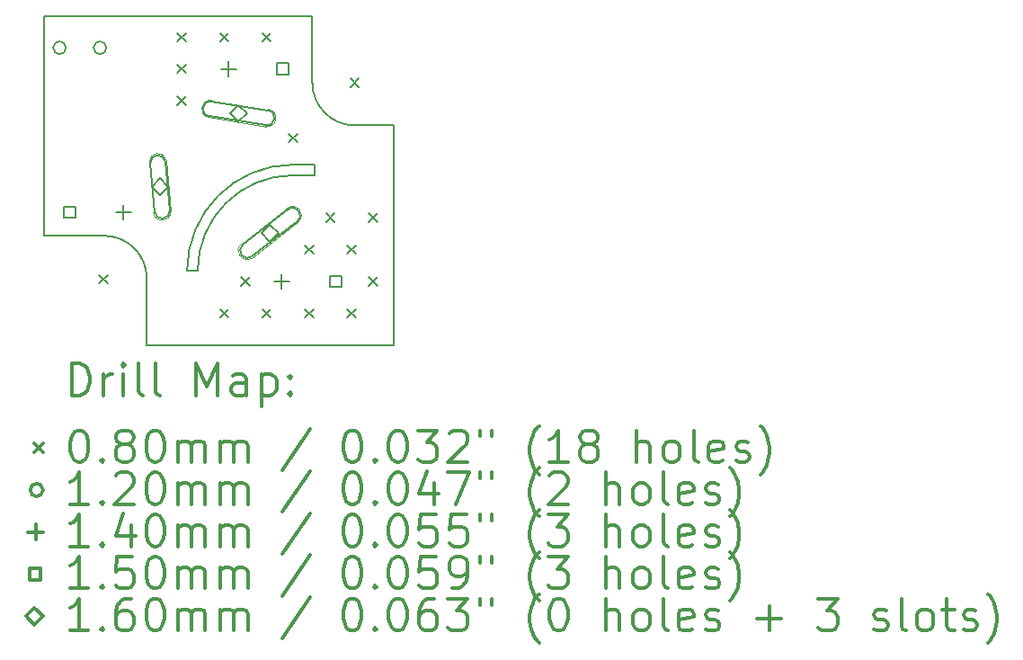
<source format=gbr>
%FSLAX45Y45*%
G04 Gerber Fmt 4.5, Leading zero omitted, Abs format (unit mm)*
G04 Created by KiCad (PCBNEW 4.0.7) date 10/05/18 10:33:02*
%MOMM*%
%LPD*%
G01*
G04 APERTURE LIST*
%ADD10C,0.127000*%
%ADD11C,0.100000*%
%ADD12C,0.150000*%
%ADD13C,0.200000*%
%ADD14C,0.300000*%
G04 APERTURE END LIST*
D10*
D11*
X12960000Y-11780000D02*
X13400000Y-11435000D01*
X13400413Y-11435451D02*
G75*
G03X13295000Y-11310000I-55414J60451D01*
G01*
X12864262Y-11644040D02*
X13295000Y-11310000D01*
X12864262Y-11644040D02*
G75*
G03X12960000Y-11780000I50738J-65960D01*
G01*
X13090868Y-10540754D02*
G75*
G03X13115265Y-10380000I14132J80084D01*
G01*
X12195000Y-11340000D02*
X12152500Y-10855000D01*
X11995000Y-10875000D02*
X12035000Y-11350000D01*
X12152462Y-10855010D02*
G75*
G03X11995000Y-10875000I-77462J-19990D01*
G01*
X12035099Y-11351392D02*
G75*
G03X12195000Y-11340000I79901J6392D01*
G01*
X12555000Y-10455000D02*
X13090000Y-10540000D01*
X12580000Y-10295000D02*
X13115000Y-10380000D01*
X12581511Y-10294424D02*
G75*
G03X12555000Y-10455000I-11511J-80576D01*
G01*
D12*
X13550000Y-11000000D02*
X13350000Y-11000000D01*
X13550000Y-10900000D02*
X13550000Y-11000000D01*
X13350000Y-10900000D02*
X13550000Y-10900000D01*
X12350000Y-11900000D02*
X12450000Y-11900000D01*
X13350000Y-10900000D02*
G75*
G03X12350000Y-11900000I0J-1000000D01*
G01*
X13350000Y-11000000D02*
G75*
G03X12450000Y-11900000I0J-900000D01*
G01*
X13930000Y-10530000D02*
X14300000Y-10530000D01*
X13530000Y-10130000D02*
X13530000Y-9500000D01*
X11570000Y-11570000D02*
X11000000Y-11570000D01*
X11970000Y-11970000D02*
X11970000Y-12600000D01*
X11970000Y-11970000D02*
G75*
G03X11570000Y-11570000I-400000J0D01*
G01*
X13530000Y-10130000D02*
G75*
G03X13930000Y-10530000I400000J0D01*
G01*
X14300000Y-12600000D02*
X11970000Y-12600000D01*
X14300000Y-10530000D02*
X14300000Y-12600000D01*
X11000000Y-9500000D02*
X13530000Y-9500000D01*
X11000000Y-11570000D02*
X11000000Y-9500000D01*
D13*
X11519995Y-11939995D02*
X11600005Y-12020005D01*
X11600005Y-11939995D02*
X11519995Y-12020005D01*
X12259995Y-9659995D02*
X12340005Y-9740005D01*
X12340005Y-9659995D02*
X12259995Y-9740005D01*
X12259995Y-9959995D02*
X12340005Y-10040005D01*
X12340005Y-9959995D02*
X12259995Y-10040005D01*
X12259995Y-10259995D02*
X12340005Y-10340005D01*
X12340005Y-10259995D02*
X12259995Y-10340005D01*
X12659995Y-9659995D02*
X12740005Y-9740005D01*
X12740005Y-9659995D02*
X12659995Y-9740005D01*
X12659995Y-12259995D02*
X12740005Y-12340005D01*
X12740005Y-12259995D02*
X12659995Y-12340005D01*
X12859995Y-11959995D02*
X12940005Y-12040005D01*
X12940005Y-11959995D02*
X12859995Y-12040005D01*
X13059995Y-9659995D02*
X13140005Y-9740005D01*
X13140005Y-9659995D02*
X13059995Y-9740005D01*
X13059995Y-12259995D02*
X13140005Y-12340005D01*
X13140005Y-12259995D02*
X13059995Y-12340005D01*
X13309995Y-10609995D02*
X13390005Y-10690005D01*
X13390005Y-10609995D02*
X13309995Y-10690005D01*
X13459995Y-11659995D02*
X13540005Y-11740005D01*
X13540005Y-11659995D02*
X13459995Y-11740005D01*
X13459995Y-12259995D02*
X13540005Y-12340005D01*
X13540005Y-12259995D02*
X13459995Y-12340005D01*
X13659995Y-11359995D02*
X13740005Y-11440005D01*
X13740005Y-11359995D02*
X13659995Y-11440005D01*
X13859995Y-11659995D02*
X13940005Y-11740005D01*
X13940005Y-11659995D02*
X13859995Y-11740005D01*
X13859995Y-12259995D02*
X13940005Y-12340005D01*
X13940005Y-12259995D02*
X13859995Y-12340005D01*
X13889995Y-10089995D02*
X13970005Y-10170005D01*
X13970005Y-10089995D02*
X13889995Y-10170005D01*
X14059995Y-11359995D02*
X14140005Y-11440005D01*
X14140005Y-11359995D02*
X14059995Y-11440005D01*
X14059995Y-11959995D02*
X14140005Y-12040005D01*
X14140005Y-11959995D02*
X14059995Y-12040005D01*
X11209000Y-9800000D02*
G75*
G03X11209000Y-9800000I-60000J0D01*
G01*
X11590000Y-9800000D02*
G75*
G03X11590000Y-9800000I-60000J0D01*
G01*
X11750000Y-11280000D02*
X11750000Y-11420000D01*
X11680000Y-11350000D02*
X11820000Y-11350000D01*
X12742000Y-9930000D02*
X12742000Y-10070000D01*
X12672000Y-10000000D02*
X12812000Y-10000000D01*
X13242000Y-11930000D02*
X13242000Y-12070000D01*
X13172000Y-12000000D02*
X13312000Y-12000000D01*
X11295033Y-11403033D02*
X11295033Y-11296966D01*
X11188966Y-11296966D01*
X11188966Y-11403033D01*
X11295033Y-11403033D01*
X13303033Y-10053034D02*
X13303033Y-9946967D01*
X13196966Y-9946967D01*
X13196966Y-10053034D01*
X13303033Y-10053034D01*
X13803033Y-12053033D02*
X13803033Y-11946966D01*
X13696966Y-11946966D01*
X13696966Y-12053033D01*
X13803033Y-12053033D01*
X12095000Y-11190000D02*
X12175000Y-11110000D01*
X12095000Y-11030000D01*
X12015000Y-11110000D01*
X12095000Y-11190000D01*
X12005221Y-10886976D02*
X12045312Y-11345226D01*
X12144688Y-10874774D02*
X12184779Y-11333024D01*
X12045312Y-11345226D02*
G75*
G03X12184779Y-11333024I69734J6101D01*
G01*
X12144688Y-10874774D02*
G75*
G03X12005221Y-10886976I-69734J-6101D01*
G01*
X12835481Y-10497261D02*
X12915481Y-10417261D01*
X12835481Y-10337261D01*
X12755481Y-10417261D01*
X12835481Y-10497261D01*
X12557855Y-10444162D02*
X13091207Y-10528637D01*
X12579756Y-10305886D02*
X13113108Y-10390360D01*
X13091207Y-10528637D02*
G75*
G03X13113108Y-10390360I10950J69138D01*
G01*
X12579756Y-10305886D02*
G75*
G03X12557855Y-10444162I-10950J-69138D01*
G01*
X13131754Y-11623637D02*
X13211754Y-11543637D01*
X13131754Y-11463637D01*
X13051754Y-11543637D01*
X13131754Y-11623637D01*
X12962087Y-11765026D02*
X13387613Y-11432569D01*
X12875895Y-11654705D02*
X13301421Y-11322247D01*
X13387613Y-11432569D02*
G75*
G03X13301421Y-11322247I-43096J55161D01*
G01*
X12875895Y-11654705D02*
G75*
G03X12962087Y-11765026I43096J-55161D01*
G01*
D14*
X11263928Y-13073214D02*
X11263928Y-12773214D01*
X11335357Y-12773214D01*
X11378214Y-12787500D01*
X11406786Y-12816071D01*
X11421071Y-12844643D01*
X11435357Y-12901786D01*
X11435357Y-12944643D01*
X11421071Y-13001786D01*
X11406786Y-13030357D01*
X11378214Y-13058929D01*
X11335357Y-13073214D01*
X11263928Y-13073214D01*
X11563928Y-13073214D02*
X11563928Y-12873214D01*
X11563928Y-12930357D02*
X11578214Y-12901786D01*
X11592500Y-12887500D01*
X11621071Y-12873214D01*
X11649643Y-12873214D01*
X11749643Y-13073214D02*
X11749643Y-12873214D01*
X11749643Y-12773214D02*
X11735357Y-12787500D01*
X11749643Y-12801786D01*
X11763928Y-12787500D01*
X11749643Y-12773214D01*
X11749643Y-12801786D01*
X11935357Y-13073214D02*
X11906786Y-13058929D01*
X11892500Y-13030357D01*
X11892500Y-12773214D01*
X12092500Y-13073214D02*
X12063928Y-13058929D01*
X12049643Y-13030357D01*
X12049643Y-12773214D01*
X12435357Y-13073214D02*
X12435357Y-12773214D01*
X12535357Y-12987500D01*
X12635357Y-12773214D01*
X12635357Y-13073214D01*
X12906786Y-13073214D02*
X12906786Y-12916071D01*
X12892500Y-12887500D01*
X12863928Y-12873214D01*
X12806786Y-12873214D01*
X12778214Y-12887500D01*
X12906786Y-13058929D02*
X12878214Y-13073214D01*
X12806786Y-13073214D01*
X12778214Y-13058929D01*
X12763928Y-13030357D01*
X12763928Y-13001786D01*
X12778214Y-12973214D01*
X12806786Y-12958929D01*
X12878214Y-12958929D01*
X12906786Y-12944643D01*
X13049643Y-12873214D02*
X13049643Y-13173214D01*
X13049643Y-12887500D02*
X13078214Y-12873214D01*
X13135357Y-12873214D01*
X13163928Y-12887500D01*
X13178214Y-12901786D01*
X13192500Y-12930357D01*
X13192500Y-13016071D01*
X13178214Y-13044643D01*
X13163928Y-13058929D01*
X13135357Y-13073214D01*
X13078214Y-13073214D01*
X13049643Y-13058929D01*
X13321071Y-13044643D02*
X13335357Y-13058929D01*
X13321071Y-13073214D01*
X13306786Y-13058929D01*
X13321071Y-13044643D01*
X13321071Y-13073214D01*
X13321071Y-12887500D02*
X13335357Y-12901786D01*
X13321071Y-12916071D01*
X13306786Y-12901786D01*
X13321071Y-12887500D01*
X13321071Y-12916071D01*
X10912490Y-13527495D02*
X10992500Y-13607505D01*
X10992500Y-13527495D02*
X10912490Y-13607505D01*
X11321071Y-13403214D02*
X11349643Y-13403214D01*
X11378214Y-13417500D01*
X11392500Y-13431786D01*
X11406786Y-13460357D01*
X11421071Y-13517500D01*
X11421071Y-13588929D01*
X11406786Y-13646071D01*
X11392500Y-13674643D01*
X11378214Y-13688929D01*
X11349643Y-13703214D01*
X11321071Y-13703214D01*
X11292500Y-13688929D01*
X11278214Y-13674643D01*
X11263928Y-13646071D01*
X11249643Y-13588929D01*
X11249643Y-13517500D01*
X11263928Y-13460357D01*
X11278214Y-13431786D01*
X11292500Y-13417500D01*
X11321071Y-13403214D01*
X11549643Y-13674643D02*
X11563928Y-13688929D01*
X11549643Y-13703214D01*
X11535357Y-13688929D01*
X11549643Y-13674643D01*
X11549643Y-13703214D01*
X11735357Y-13531786D02*
X11706786Y-13517500D01*
X11692500Y-13503214D01*
X11678214Y-13474643D01*
X11678214Y-13460357D01*
X11692500Y-13431786D01*
X11706786Y-13417500D01*
X11735357Y-13403214D01*
X11792500Y-13403214D01*
X11821071Y-13417500D01*
X11835357Y-13431786D01*
X11849643Y-13460357D01*
X11849643Y-13474643D01*
X11835357Y-13503214D01*
X11821071Y-13517500D01*
X11792500Y-13531786D01*
X11735357Y-13531786D01*
X11706786Y-13546071D01*
X11692500Y-13560357D01*
X11678214Y-13588929D01*
X11678214Y-13646071D01*
X11692500Y-13674643D01*
X11706786Y-13688929D01*
X11735357Y-13703214D01*
X11792500Y-13703214D01*
X11821071Y-13688929D01*
X11835357Y-13674643D01*
X11849643Y-13646071D01*
X11849643Y-13588929D01*
X11835357Y-13560357D01*
X11821071Y-13546071D01*
X11792500Y-13531786D01*
X12035357Y-13403214D02*
X12063928Y-13403214D01*
X12092500Y-13417500D01*
X12106786Y-13431786D01*
X12121071Y-13460357D01*
X12135357Y-13517500D01*
X12135357Y-13588929D01*
X12121071Y-13646071D01*
X12106786Y-13674643D01*
X12092500Y-13688929D01*
X12063928Y-13703214D01*
X12035357Y-13703214D01*
X12006786Y-13688929D01*
X11992500Y-13674643D01*
X11978214Y-13646071D01*
X11963928Y-13588929D01*
X11963928Y-13517500D01*
X11978214Y-13460357D01*
X11992500Y-13431786D01*
X12006786Y-13417500D01*
X12035357Y-13403214D01*
X12263928Y-13703214D02*
X12263928Y-13503214D01*
X12263928Y-13531786D02*
X12278214Y-13517500D01*
X12306786Y-13503214D01*
X12349643Y-13503214D01*
X12378214Y-13517500D01*
X12392500Y-13546071D01*
X12392500Y-13703214D01*
X12392500Y-13546071D02*
X12406786Y-13517500D01*
X12435357Y-13503214D01*
X12478214Y-13503214D01*
X12506786Y-13517500D01*
X12521071Y-13546071D01*
X12521071Y-13703214D01*
X12663928Y-13703214D02*
X12663928Y-13503214D01*
X12663928Y-13531786D02*
X12678214Y-13517500D01*
X12706786Y-13503214D01*
X12749643Y-13503214D01*
X12778214Y-13517500D01*
X12792500Y-13546071D01*
X12792500Y-13703214D01*
X12792500Y-13546071D02*
X12806786Y-13517500D01*
X12835357Y-13503214D01*
X12878214Y-13503214D01*
X12906786Y-13517500D01*
X12921071Y-13546071D01*
X12921071Y-13703214D01*
X13506786Y-13388929D02*
X13249643Y-13774643D01*
X13892500Y-13403214D02*
X13921071Y-13403214D01*
X13949643Y-13417500D01*
X13963928Y-13431786D01*
X13978214Y-13460357D01*
X13992500Y-13517500D01*
X13992500Y-13588929D01*
X13978214Y-13646071D01*
X13963928Y-13674643D01*
X13949643Y-13688929D01*
X13921071Y-13703214D01*
X13892500Y-13703214D01*
X13863928Y-13688929D01*
X13849643Y-13674643D01*
X13835357Y-13646071D01*
X13821071Y-13588929D01*
X13821071Y-13517500D01*
X13835357Y-13460357D01*
X13849643Y-13431786D01*
X13863928Y-13417500D01*
X13892500Y-13403214D01*
X14121071Y-13674643D02*
X14135357Y-13688929D01*
X14121071Y-13703214D01*
X14106786Y-13688929D01*
X14121071Y-13674643D01*
X14121071Y-13703214D01*
X14321071Y-13403214D02*
X14349643Y-13403214D01*
X14378214Y-13417500D01*
X14392500Y-13431786D01*
X14406785Y-13460357D01*
X14421071Y-13517500D01*
X14421071Y-13588929D01*
X14406785Y-13646071D01*
X14392500Y-13674643D01*
X14378214Y-13688929D01*
X14349643Y-13703214D01*
X14321071Y-13703214D01*
X14292500Y-13688929D01*
X14278214Y-13674643D01*
X14263928Y-13646071D01*
X14249643Y-13588929D01*
X14249643Y-13517500D01*
X14263928Y-13460357D01*
X14278214Y-13431786D01*
X14292500Y-13417500D01*
X14321071Y-13403214D01*
X14521071Y-13403214D02*
X14706785Y-13403214D01*
X14606785Y-13517500D01*
X14649643Y-13517500D01*
X14678214Y-13531786D01*
X14692500Y-13546071D01*
X14706785Y-13574643D01*
X14706785Y-13646071D01*
X14692500Y-13674643D01*
X14678214Y-13688929D01*
X14649643Y-13703214D01*
X14563928Y-13703214D01*
X14535357Y-13688929D01*
X14521071Y-13674643D01*
X14821071Y-13431786D02*
X14835357Y-13417500D01*
X14863928Y-13403214D01*
X14935357Y-13403214D01*
X14963928Y-13417500D01*
X14978214Y-13431786D01*
X14992500Y-13460357D01*
X14992500Y-13488929D01*
X14978214Y-13531786D01*
X14806785Y-13703214D01*
X14992500Y-13703214D01*
X15106786Y-13403214D02*
X15106786Y-13460357D01*
X15221071Y-13403214D02*
X15221071Y-13460357D01*
X15663928Y-13817500D02*
X15649643Y-13803214D01*
X15621071Y-13760357D01*
X15606785Y-13731786D01*
X15592500Y-13688929D01*
X15578214Y-13617500D01*
X15578214Y-13560357D01*
X15592500Y-13488929D01*
X15606785Y-13446071D01*
X15621071Y-13417500D01*
X15649643Y-13374643D01*
X15663928Y-13360357D01*
X15935357Y-13703214D02*
X15763928Y-13703214D01*
X15849643Y-13703214D02*
X15849643Y-13403214D01*
X15821071Y-13446071D01*
X15792500Y-13474643D01*
X15763928Y-13488929D01*
X16106785Y-13531786D02*
X16078214Y-13517500D01*
X16063928Y-13503214D01*
X16049643Y-13474643D01*
X16049643Y-13460357D01*
X16063928Y-13431786D01*
X16078214Y-13417500D01*
X16106785Y-13403214D01*
X16163928Y-13403214D01*
X16192500Y-13417500D01*
X16206785Y-13431786D01*
X16221071Y-13460357D01*
X16221071Y-13474643D01*
X16206785Y-13503214D01*
X16192500Y-13517500D01*
X16163928Y-13531786D01*
X16106785Y-13531786D01*
X16078214Y-13546071D01*
X16063928Y-13560357D01*
X16049643Y-13588929D01*
X16049643Y-13646071D01*
X16063928Y-13674643D01*
X16078214Y-13688929D01*
X16106785Y-13703214D01*
X16163928Y-13703214D01*
X16192500Y-13688929D01*
X16206785Y-13674643D01*
X16221071Y-13646071D01*
X16221071Y-13588929D01*
X16206785Y-13560357D01*
X16192500Y-13546071D01*
X16163928Y-13531786D01*
X16578214Y-13703214D02*
X16578214Y-13403214D01*
X16706785Y-13703214D02*
X16706785Y-13546071D01*
X16692500Y-13517500D01*
X16663928Y-13503214D01*
X16621071Y-13503214D01*
X16592500Y-13517500D01*
X16578214Y-13531786D01*
X16892500Y-13703214D02*
X16863928Y-13688929D01*
X16849643Y-13674643D01*
X16835357Y-13646071D01*
X16835357Y-13560357D01*
X16849643Y-13531786D01*
X16863928Y-13517500D01*
X16892500Y-13503214D01*
X16935357Y-13503214D01*
X16963928Y-13517500D01*
X16978214Y-13531786D01*
X16992500Y-13560357D01*
X16992500Y-13646071D01*
X16978214Y-13674643D01*
X16963928Y-13688929D01*
X16935357Y-13703214D01*
X16892500Y-13703214D01*
X17163928Y-13703214D02*
X17135357Y-13688929D01*
X17121071Y-13660357D01*
X17121071Y-13403214D01*
X17392500Y-13688929D02*
X17363929Y-13703214D01*
X17306786Y-13703214D01*
X17278214Y-13688929D01*
X17263929Y-13660357D01*
X17263929Y-13546071D01*
X17278214Y-13517500D01*
X17306786Y-13503214D01*
X17363929Y-13503214D01*
X17392500Y-13517500D01*
X17406786Y-13546071D01*
X17406786Y-13574643D01*
X17263929Y-13603214D01*
X17521071Y-13688929D02*
X17549643Y-13703214D01*
X17606786Y-13703214D01*
X17635357Y-13688929D01*
X17649643Y-13660357D01*
X17649643Y-13646071D01*
X17635357Y-13617500D01*
X17606786Y-13603214D01*
X17563929Y-13603214D01*
X17535357Y-13588929D01*
X17521071Y-13560357D01*
X17521071Y-13546071D01*
X17535357Y-13517500D01*
X17563929Y-13503214D01*
X17606786Y-13503214D01*
X17635357Y-13517500D01*
X17749643Y-13817500D02*
X17763929Y-13803214D01*
X17792500Y-13760357D01*
X17806786Y-13731786D01*
X17821071Y-13688929D01*
X17835357Y-13617500D01*
X17835357Y-13560357D01*
X17821071Y-13488929D01*
X17806786Y-13446071D01*
X17792500Y-13417500D01*
X17763929Y-13374643D01*
X17749643Y-13360357D01*
X10992500Y-13963500D02*
G75*
G03X10992500Y-13963500I-60000J0D01*
G01*
X11421071Y-14099214D02*
X11249643Y-14099214D01*
X11335357Y-14099214D02*
X11335357Y-13799214D01*
X11306786Y-13842071D01*
X11278214Y-13870643D01*
X11249643Y-13884929D01*
X11549643Y-14070643D02*
X11563928Y-14084929D01*
X11549643Y-14099214D01*
X11535357Y-14084929D01*
X11549643Y-14070643D01*
X11549643Y-14099214D01*
X11678214Y-13827786D02*
X11692500Y-13813500D01*
X11721071Y-13799214D01*
X11792500Y-13799214D01*
X11821071Y-13813500D01*
X11835357Y-13827786D01*
X11849643Y-13856357D01*
X11849643Y-13884929D01*
X11835357Y-13927786D01*
X11663928Y-14099214D01*
X11849643Y-14099214D01*
X12035357Y-13799214D02*
X12063928Y-13799214D01*
X12092500Y-13813500D01*
X12106786Y-13827786D01*
X12121071Y-13856357D01*
X12135357Y-13913500D01*
X12135357Y-13984929D01*
X12121071Y-14042071D01*
X12106786Y-14070643D01*
X12092500Y-14084929D01*
X12063928Y-14099214D01*
X12035357Y-14099214D01*
X12006786Y-14084929D01*
X11992500Y-14070643D01*
X11978214Y-14042071D01*
X11963928Y-13984929D01*
X11963928Y-13913500D01*
X11978214Y-13856357D01*
X11992500Y-13827786D01*
X12006786Y-13813500D01*
X12035357Y-13799214D01*
X12263928Y-14099214D02*
X12263928Y-13899214D01*
X12263928Y-13927786D02*
X12278214Y-13913500D01*
X12306786Y-13899214D01*
X12349643Y-13899214D01*
X12378214Y-13913500D01*
X12392500Y-13942071D01*
X12392500Y-14099214D01*
X12392500Y-13942071D02*
X12406786Y-13913500D01*
X12435357Y-13899214D01*
X12478214Y-13899214D01*
X12506786Y-13913500D01*
X12521071Y-13942071D01*
X12521071Y-14099214D01*
X12663928Y-14099214D02*
X12663928Y-13899214D01*
X12663928Y-13927786D02*
X12678214Y-13913500D01*
X12706786Y-13899214D01*
X12749643Y-13899214D01*
X12778214Y-13913500D01*
X12792500Y-13942071D01*
X12792500Y-14099214D01*
X12792500Y-13942071D02*
X12806786Y-13913500D01*
X12835357Y-13899214D01*
X12878214Y-13899214D01*
X12906786Y-13913500D01*
X12921071Y-13942071D01*
X12921071Y-14099214D01*
X13506786Y-13784929D02*
X13249643Y-14170643D01*
X13892500Y-13799214D02*
X13921071Y-13799214D01*
X13949643Y-13813500D01*
X13963928Y-13827786D01*
X13978214Y-13856357D01*
X13992500Y-13913500D01*
X13992500Y-13984929D01*
X13978214Y-14042071D01*
X13963928Y-14070643D01*
X13949643Y-14084929D01*
X13921071Y-14099214D01*
X13892500Y-14099214D01*
X13863928Y-14084929D01*
X13849643Y-14070643D01*
X13835357Y-14042071D01*
X13821071Y-13984929D01*
X13821071Y-13913500D01*
X13835357Y-13856357D01*
X13849643Y-13827786D01*
X13863928Y-13813500D01*
X13892500Y-13799214D01*
X14121071Y-14070643D02*
X14135357Y-14084929D01*
X14121071Y-14099214D01*
X14106786Y-14084929D01*
X14121071Y-14070643D01*
X14121071Y-14099214D01*
X14321071Y-13799214D02*
X14349643Y-13799214D01*
X14378214Y-13813500D01*
X14392500Y-13827786D01*
X14406785Y-13856357D01*
X14421071Y-13913500D01*
X14421071Y-13984929D01*
X14406785Y-14042071D01*
X14392500Y-14070643D01*
X14378214Y-14084929D01*
X14349643Y-14099214D01*
X14321071Y-14099214D01*
X14292500Y-14084929D01*
X14278214Y-14070643D01*
X14263928Y-14042071D01*
X14249643Y-13984929D01*
X14249643Y-13913500D01*
X14263928Y-13856357D01*
X14278214Y-13827786D01*
X14292500Y-13813500D01*
X14321071Y-13799214D01*
X14678214Y-13899214D02*
X14678214Y-14099214D01*
X14606785Y-13784929D02*
X14535357Y-13999214D01*
X14721071Y-13999214D01*
X14806785Y-13799214D02*
X15006785Y-13799214D01*
X14878214Y-14099214D01*
X15106786Y-13799214D02*
X15106786Y-13856357D01*
X15221071Y-13799214D02*
X15221071Y-13856357D01*
X15663928Y-14213500D02*
X15649643Y-14199214D01*
X15621071Y-14156357D01*
X15606785Y-14127786D01*
X15592500Y-14084929D01*
X15578214Y-14013500D01*
X15578214Y-13956357D01*
X15592500Y-13884929D01*
X15606785Y-13842071D01*
X15621071Y-13813500D01*
X15649643Y-13770643D01*
X15663928Y-13756357D01*
X15763928Y-13827786D02*
X15778214Y-13813500D01*
X15806785Y-13799214D01*
X15878214Y-13799214D01*
X15906785Y-13813500D01*
X15921071Y-13827786D01*
X15935357Y-13856357D01*
X15935357Y-13884929D01*
X15921071Y-13927786D01*
X15749643Y-14099214D01*
X15935357Y-14099214D01*
X16292500Y-14099214D02*
X16292500Y-13799214D01*
X16421071Y-14099214D02*
X16421071Y-13942071D01*
X16406785Y-13913500D01*
X16378214Y-13899214D01*
X16335357Y-13899214D01*
X16306785Y-13913500D01*
X16292500Y-13927786D01*
X16606785Y-14099214D02*
X16578214Y-14084929D01*
X16563928Y-14070643D01*
X16549643Y-14042071D01*
X16549643Y-13956357D01*
X16563928Y-13927786D01*
X16578214Y-13913500D01*
X16606785Y-13899214D01*
X16649643Y-13899214D01*
X16678214Y-13913500D01*
X16692500Y-13927786D01*
X16706785Y-13956357D01*
X16706785Y-14042071D01*
X16692500Y-14070643D01*
X16678214Y-14084929D01*
X16649643Y-14099214D01*
X16606785Y-14099214D01*
X16878214Y-14099214D02*
X16849643Y-14084929D01*
X16835357Y-14056357D01*
X16835357Y-13799214D01*
X17106786Y-14084929D02*
X17078214Y-14099214D01*
X17021071Y-14099214D01*
X16992500Y-14084929D01*
X16978214Y-14056357D01*
X16978214Y-13942071D01*
X16992500Y-13913500D01*
X17021071Y-13899214D01*
X17078214Y-13899214D01*
X17106786Y-13913500D01*
X17121071Y-13942071D01*
X17121071Y-13970643D01*
X16978214Y-13999214D01*
X17235357Y-14084929D02*
X17263929Y-14099214D01*
X17321071Y-14099214D01*
X17349643Y-14084929D01*
X17363929Y-14056357D01*
X17363929Y-14042071D01*
X17349643Y-14013500D01*
X17321071Y-13999214D01*
X17278214Y-13999214D01*
X17249643Y-13984929D01*
X17235357Y-13956357D01*
X17235357Y-13942071D01*
X17249643Y-13913500D01*
X17278214Y-13899214D01*
X17321071Y-13899214D01*
X17349643Y-13913500D01*
X17463928Y-14213500D02*
X17478214Y-14199214D01*
X17506786Y-14156357D01*
X17521071Y-14127786D01*
X17535357Y-14084929D01*
X17549643Y-14013500D01*
X17549643Y-13956357D01*
X17535357Y-13884929D01*
X17521071Y-13842071D01*
X17506786Y-13813500D01*
X17478214Y-13770643D01*
X17463928Y-13756357D01*
X10922500Y-14289500D02*
X10922500Y-14429500D01*
X10852500Y-14359500D02*
X10992500Y-14359500D01*
X11421071Y-14495214D02*
X11249643Y-14495214D01*
X11335357Y-14495214D02*
X11335357Y-14195214D01*
X11306786Y-14238071D01*
X11278214Y-14266643D01*
X11249643Y-14280929D01*
X11549643Y-14466643D02*
X11563928Y-14480929D01*
X11549643Y-14495214D01*
X11535357Y-14480929D01*
X11549643Y-14466643D01*
X11549643Y-14495214D01*
X11821071Y-14295214D02*
X11821071Y-14495214D01*
X11749643Y-14180929D02*
X11678214Y-14395214D01*
X11863928Y-14395214D01*
X12035357Y-14195214D02*
X12063928Y-14195214D01*
X12092500Y-14209500D01*
X12106786Y-14223786D01*
X12121071Y-14252357D01*
X12135357Y-14309500D01*
X12135357Y-14380929D01*
X12121071Y-14438071D01*
X12106786Y-14466643D01*
X12092500Y-14480929D01*
X12063928Y-14495214D01*
X12035357Y-14495214D01*
X12006786Y-14480929D01*
X11992500Y-14466643D01*
X11978214Y-14438071D01*
X11963928Y-14380929D01*
X11963928Y-14309500D01*
X11978214Y-14252357D01*
X11992500Y-14223786D01*
X12006786Y-14209500D01*
X12035357Y-14195214D01*
X12263928Y-14495214D02*
X12263928Y-14295214D01*
X12263928Y-14323786D02*
X12278214Y-14309500D01*
X12306786Y-14295214D01*
X12349643Y-14295214D01*
X12378214Y-14309500D01*
X12392500Y-14338071D01*
X12392500Y-14495214D01*
X12392500Y-14338071D02*
X12406786Y-14309500D01*
X12435357Y-14295214D01*
X12478214Y-14295214D01*
X12506786Y-14309500D01*
X12521071Y-14338071D01*
X12521071Y-14495214D01*
X12663928Y-14495214D02*
X12663928Y-14295214D01*
X12663928Y-14323786D02*
X12678214Y-14309500D01*
X12706786Y-14295214D01*
X12749643Y-14295214D01*
X12778214Y-14309500D01*
X12792500Y-14338071D01*
X12792500Y-14495214D01*
X12792500Y-14338071D02*
X12806786Y-14309500D01*
X12835357Y-14295214D01*
X12878214Y-14295214D01*
X12906786Y-14309500D01*
X12921071Y-14338071D01*
X12921071Y-14495214D01*
X13506786Y-14180929D02*
X13249643Y-14566643D01*
X13892500Y-14195214D02*
X13921071Y-14195214D01*
X13949643Y-14209500D01*
X13963928Y-14223786D01*
X13978214Y-14252357D01*
X13992500Y-14309500D01*
X13992500Y-14380929D01*
X13978214Y-14438071D01*
X13963928Y-14466643D01*
X13949643Y-14480929D01*
X13921071Y-14495214D01*
X13892500Y-14495214D01*
X13863928Y-14480929D01*
X13849643Y-14466643D01*
X13835357Y-14438071D01*
X13821071Y-14380929D01*
X13821071Y-14309500D01*
X13835357Y-14252357D01*
X13849643Y-14223786D01*
X13863928Y-14209500D01*
X13892500Y-14195214D01*
X14121071Y-14466643D02*
X14135357Y-14480929D01*
X14121071Y-14495214D01*
X14106786Y-14480929D01*
X14121071Y-14466643D01*
X14121071Y-14495214D01*
X14321071Y-14195214D02*
X14349643Y-14195214D01*
X14378214Y-14209500D01*
X14392500Y-14223786D01*
X14406785Y-14252357D01*
X14421071Y-14309500D01*
X14421071Y-14380929D01*
X14406785Y-14438071D01*
X14392500Y-14466643D01*
X14378214Y-14480929D01*
X14349643Y-14495214D01*
X14321071Y-14495214D01*
X14292500Y-14480929D01*
X14278214Y-14466643D01*
X14263928Y-14438071D01*
X14249643Y-14380929D01*
X14249643Y-14309500D01*
X14263928Y-14252357D01*
X14278214Y-14223786D01*
X14292500Y-14209500D01*
X14321071Y-14195214D01*
X14692500Y-14195214D02*
X14549643Y-14195214D01*
X14535357Y-14338071D01*
X14549643Y-14323786D01*
X14578214Y-14309500D01*
X14649643Y-14309500D01*
X14678214Y-14323786D01*
X14692500Y-14338071D01*
X14706785Y-14366643D01*
X14706785Y-14438071D01*
X14692500Y-14466643D01*
X14678214Y-14480929D01*
X14649643Y-14495214D01*
X14578214Y-14495214D01*
X14549643Y-14480929D01*
X14535357Y-14466643D01*
X14978214Y-14195214D02*
X14835357Y-14195214D01*
X14821071Y-14338071D01*
X14835357Y-14323786D01*
X14863928Y-14309500D01*
X14935357Y-14309500D01*
X14963928Y-14323786D01*
X14978214Y-14338071D01*
X14992500Y-14366643D01*
X14992500Y-14438071D01*
X14978214Y-14466643D01*
X14963928Y-14480929D01*
X14935357Y-14495214D01*
X14863928Y-14495214D01*
X14835357Y-14480929D01*
X14821071Y-14466643D01*
X15106786Y-14195214D02*
X15106786Y-14252357D01*
X15221071Y-14195214D02*
X15221071Y-14252357D01*
X15663928Y-14609500D02*
X15649643Y-14595214D01*
X15621071Y-14552357D01*
X15606785Y-14523786D01*
X15592500Y-14480929D01*
X15578214Y-14409500D01*
X15578214Y-14352357D01*
X15592500Y-14280929D01*
X15606785Y-14238071D01*
X15621071Y-14209500D01*
X15649643Y-14166643D01*
X15663928Y-14152357D01*
X15749643Y-14195214D02*
X15935357Y-14195214D01*
X15835357Y-14309500D01*
X15878214Y-14309500D01*
X15906785Y-14323786D01*
X15921071Y-14338071D01*
X15935357Y-14366643D01*
X15935357Y-14438071D01*
X15921071Y-14466643D01*
X15906785Y-14480929D01*
X15878214Y-14495214D01*
X15792500Y-14495214D01*
X15763928Y-14480929D01*
X15749643Y-14466643D01*
X16292500Y-14495214D02*
X16292500Y-14195214D01*
X16421071Y-14495214D02*
X16421071Y-14338071D01*
X16406785Y-14309500D01*
X16378214Y-14295214D01*
X16335357Y-14295214D01*
X16306785Y-14309500D01*
X16292500Y-14323786D01*
X16606785Y-14495214D02*
X16578214Y-14480929D01*
X16563928Y-14466643D01*
X16549643Y-14438071D01*
X16549643Y-14352357D01*
X16563928Y-14323786D01*
X16578214Y-14309500D01*
X16606785Y-14295214D01*
X16649643Y-14295214D01*
X16678214Y-14309500D01*
X16692500Y-14323786D01*
X16706785Y-14352357D01*
X16706785Y-14438071D01*
X16692500Y-14466643D01*
X16678214Y-14480929D01*
X16649643Y-14495214D01*
X16606785Y-14495214D01*
X16878214Y-14495214D02*
X16849643Y-14480929D01*
X16835357Y-14452357D01*
X16835357Y-14195214D01*
X17106786Y-14480929D02*
X17078214Y-14495214D01*
X17021071Y-14495214D01*
X16992500Y-14480929D01*
X16978214Y-14452357D01*
X16978214Y-14338071D01*
X16992500Y-14309500D01*
X17021071Y-14295214D01*
X17078214Y-14295214D01*
X17106786Y-14309500D01*
X17121071Y-14338071D01*
X17121071Y-14366643D01*
X16978214Y-14395214D01*
X17235357Y-14480929D02*
X17263929Y-14495214D01*
X17321071Y-14495214D01*
X17349643Y-14480929D01*
X17363929Y-14452357D01*
X17363929Y-14438071D01*
X17349643Y-14409500D01*
X17321071Y-14395214D01*
X17278214Y-14395214D01*
X17249643Y-14380929D01*
X17235357Y-14352357D01*
X17235357Y-14338071D01*
X17249643Y-14309500D01*
X17278214Y-14295214D01*
X17321071Y-14295214D01*
X17349643Y-14309500D01*
X17463928Y-14609500D02*
X17478214Y-14595214D01*
X17506786Y-14552357D01*
X17521071Y-14523786D01*
X17535357Y-14480929D01*
X17549643Y-14409500D01*
X17549643Y-14352357D01*
X17535357Y-14280929D01*
X17521071Y-14238071D01*
X17506786Y-14209500D01*
X17478214Y-14166643D01*
X17463928Y-14152357D01*
X10970533Y-14808534D02*
X10970533Y-14702467D01*
X10864466Y-14702467D01*
X10864466Y-14808534D01*
X10970533Y-14808534D01*
X11421071Y-14891214D02*
X11249643Y-14891214D01*
X11335357Y-14891214D02*
X11335357Y-14591214D01*
X11306786Y-14634071D01*
X11278214Y-14662643D01*
X11249643Y-14676929D01*
X11549643Y-14862643D02*
X11563928Y-14876929D01*
X11549643Y-14891214D01*
X11535357Y-14876929D01*
X11549643Y-14862643D01*
X11549643Y-14891214D01*
X11835357Y-14591214D02*
X11692500Y-14591214D01*
X11678214Y-14734071D01*
X11692500Y-14719786D01*
X11721071Y-14705500D01*
X11792500Y-14705500D01*
X11821071Y-14719786D01*
X11835357Y-14734071D01*
X11849643Y-14762643D01*
X11849643Y-14834071D01*
X11835357Y-14862643D01*
X11821071Y-14876929D01*
X11792500Y-14891214D01*
X11721071Y-14891214D01*
X11692500Y-14876929D01*
X11678214Y-14862643D01*
X12035357Y-14591214D02*
X12063928Y-14591214D01*
X12092500Y-14605500D01*
X12106786Y-14619786D01*
X12121071Y-14648357D01*
X12135357Y-14705500D01*
X12135357Y-14776929D01*
X12121071Y-14834071D01*
X12106786Y-14862643D01*
X12092500Y-14876929D01*
X12063928Y-14891214D01*
X12035357Y-14891214D01*
X12006786Y-14876929D01*
X11992500Y-14862643D01*
X11978214Y-14834071D01*
X11963928Y-14776929D01*
X11963928Y-14705500D01*
X11978214Y-14648357D01*
X11992500Y-14619786D01*
X12006786Y-14605500D01*
X12035357Y-14591214D01*
X12263928Y-14891214D02*
X12263928Y-14691214D01*
X12263928Y-14719786D02*
X12278214Y-14705500D01*
X12306786Y-14691214D01*
X12349643Y-14691214D01*
X12378214Y-14705500D01*
X12392500Y-14734071D01*
X12392500Y-14891214D01*
X12392500Y-14734071D02*
X12406786Y-14705500D01*
X12435357Y-14691214D01*
X12478214Y-14691214D01*
X12506786Y-14705500D01*
X12521071Y-14734071D01*
X12521071Y-14891214D01*
X12663928Y-14891214D02*
X12663928Y-14691214D01*
X12663928Y-14719786D02*
X12678214Y-14705500D01*
X12706786Y-14691214D01*
X12749643Y-14691214D01*
X12778214Y-14705500D01*
X12792500Y-14734071D01*
X12792500Y-14891214D01*
X12792500Y-14734071D02*
X12806786Y-14705500D01*
X12835357Y-14691214D01*
X12878214Y-14691214D01*
X12906786Y-14705500D01*
X12921071Y-14734071D01*
X12921071Y-14891214D01*
X13506786Y-14576929D02*
X13249643Y-14962643D01*
X13892500Y-14591214D02*
X13921071Y-14591214D01*
X13949643Y-14605500D01*
X13963928Y-14619786D01*
X13978214Y-14648357D01*
X13992500Y-14705500D01*
X13992500Y-14776929D01*
X13978214Y-14834071D01*
X13963928Y-14862643D01*
X13949643Y-14876929D01*
X13921071Y-14891214D01*
X13892500Y-14891214D01*
X13863928Y-14876929D01*
X13849643Y-14862643D01*
X13835357Y-14834071D01*
X13821071Y-14776929D01*
X13821071Y-14705500D01*
X13835357Y-14648357D01*
X13849643Y-14619786D01*
X13863928Y-14605500D01*
X13892500Y-14591214D01*
X14121071Y-14862643D02*
X14135357Y-14876929D01*
X14121071Y-14891214D01*
X14106786Y-14876929D01*
X14121071Y-14862643D01*
X14121071Y-14891214D01*
X14321071Y-14591214D02*
X14349643Y-14591214D01*
X14378214Y-14605500D01*
X14392500Y-14619786D01*
X14406785Y-14648357D01*
X14421071Y-14705500D01*
X14421071Y-14776929D01*
X14406785Y-14834071D01*
X14392500Y-14862643D01*
X14378214Y-14876929D01*
X14349643Y-14891214D01*
X14321071Y-14891214D01*
X14292500Y-14876929D01*
X14278214Y-14862643D01*
X14263928Y-14834071D01*
X14249643Y-14776929D01*
X14249643Y-14705500D01*
X14263928Y-14648357D01*
X14278214Y-14619786D01*
X14292500Y-14605500D01*
X14321071Y-14591214D01*
X14692500Y-14591214D02*
X14549643Y-14591214D01*
X14535357Y-14734071D01*
X14549643Y-14719786D01*
X14578214Y-14705500D01*
X14649643Y-14705500D01*
X14678214Y-14719786D01*
X14692500Y-14734071D01*
X14706785Y-14762643D01*
X14706785Y-14834071D01*
X14692500Y-14862643D01*
X14678214Y-14876929D01*
X14649643Y-14891214D01*
X14578214Y-14891214D01*
X14549643Y-14876929D01*
X14535357Y-14862643D01*
X14849643Y-14891214D02*
X14906785Y-14891214D01*
X14935357Y-14876929D01*
X14949643Y-14862643D01*
X14978214Y-14819786D01*
X14992500Y-14762643D01*
X14992500Y-14648357D01*
X14978214Y-14619786D01*
X14963928Y-14605500D01*
X14935357Y-14591214D01*
X14878214Y-14591214D01*
X14849643Y-14605500D01*
X14835357Y-14619786D01*
X14821071Y-14648357D01*
X14821071Y-14719786D01*
X14835357Y-14748357D01*
X14849643Y-14762643D01*
X14878214Y-14776929D01*
X14935357Y-14776929D01*
X14963928Y-14762643D01*
X14978214Y-14748357D01*
X14992500Y-14719786D01*
X15106786Y-14591214D02*
X15106786Y-14648357D01*
X15221071Y-14591214D02*
X15221071Y-14648357D01*
X15663928Y-15005500D02*
X15649643Y-14991214D01*
X15621071Y-14948357D01*
X15606785Y-14919786D01*
X15592500Y-14876929D01*
X15578214Y-14805500D01*
X15578214Y-14748357D01*
X15592500Y-14676929D01*
X15606785Y-14634071D01*
X15621071Y-14605500D01*
X15649643Y-14562643D01*
X15663928Y-14548357D01*
X15749643Y-14591214D02*
X15935357Y-14591214D01*
X15835357Y-14705500D01*
X15878214Y-14705500D01*
X15906785Y-14719786D01*
X15921071Y-14734071D01*
X15935357Y-14762643D01*
X15935357Y-14834071D01*
X15921071Y-14862643D01*
X15906785Y-14876929D01*
X15878214Y-14891214D01*
X15792500Y-14891214D01*
X15763928Y-14876929D01*
X15749643Y-14862643D01*
X16292500Y-14891214D02*
X16292500Y-14591214D01*
X16421071Y-14891214D02*
X16421071Y-14734071D01*
X16406785Y-14705500D01*
X16378214Y-14691214D01*
X16335357Y-14691214D01*
X16306785Y-14705500D01*
X16292500Y-14719786D01*
X16606785Y-14891214D02*
X16578214Y-14876929D01*
X16563928Y-14862643D01*
X16549643Y-14834071D01*
X16549643Y-14748357D01*
X16563928Y-14719786D01*
X16578214Y-14705500D01*
X16606785Y-14691214D01*
X16649643Y-14691214D01*
X16678214Y-14705500D01*
X16692500Y-14719786D01*
X16706785Y-14748357D01*
X16706785Y-14834071D01*
X16692500Y-14862643D01*
X16678214Y-14876929D01*
X16649643Y-14891214D01*
X16606785Y-14891214D01*
X16878214Y-14891214D02*
X16849643Y-14876929D01*
X16835357Y-14848357D01*
X16835357Y-14591214D01*
X17106786Y-14876929D02*
X17078214Y-14891214D01*
X17021071Y-14891214D01*
X16992500Y-14876929D01*
X16978214Y-14848357D01*
X16978214Y-14734071D01*
X16992500Y-14705500D01*
X17021071Y-14691214D01*
X17078214Y-14691214D01*
X17106786Y-14705500D01*
X17121071Y-14734071D01*
X17121071Y-14762643D01*
X16978214Y-14791214D01*
X17235357Y-14876929D02*
X17263929Y-14891214D01*
X17321071Y-14891214D01*
X17349643Y-14876929D01*
X17363929Y-14848357D01*
X17363929Y-14834071D01*
X17349643Y-14805500D01*
X17321071Y-14791214D01*
X17278214Y-14791214D01*
X17249643Y-14776929D01*
X17235357Y-14748357D01*
X17235357Y-14734071D01*
X17249643Y-14705500D01*
X17278214Y-14691214D01*
X17321071Y-14691214D01*
X17349643Y-14705500D01*
X17463928Y-15005500D02*
X17478214Y-14991214D01*
X17506786Y-14948357D01*
X17521071Y-14919786D01*
X17535357Y-14876929D01*
X17549643Y-14805500D01*
X17549643Y-14748357D01*
X17535357Y-14676929D01*
X17521071Y-14634071D01*
X17506786Y-14605500D01*
X17478214Y-14562643D01*
X17463928Y-14548357D01*
X10912500Y-15231500D02*
X10992500Y-15151500D01*
X10912500Y-15071500D01*
X10832500Y-15151500D01*
X10912500Y-15231500D01*
X11421071Y-15287214D02*
X11249643Y-15287214D01*
X11335357Y-15287214D02*
X11335357Y-14987214D01*
X11306786Y-15030071D01*
X11278214Y-15058643D01*
X11249643Y-15072929D01*
X11549643Y-15258643D02*
X11563928Y-15272929D01*
X11549643Y-15287214D01*
X11535357Y-15272929D01*
X11549643Y-15258643D01*
X11549643Y-15287214D01*
X11821071Y-14987214D02*
X11763928Y-14987214D01*
X11735357Y-15001500D01*
X11721071Y-15015786D01*
X11692500Y-15058643D01*
X11678214Y-15115786D01*
X11678214Y-15230071D01*
X11692500Y-15258643D01*
X11706786Y-15272929D01*
X11735357Y-15287214D01*
X11792500Y-15287214D01*
X11821071Y-15272929D01*
X11835357Y-15258643D01*
X11849643Y-15230071D01*
X11849643Y-15158643D01*
X11835357Y-15130071D01*
X11821071Y-15115786D01*
X11792500Y-15101500D01*
X11735357Y-15101500D01*
X11706786Y-15115786D01*
X11692500Y-15130071D01*
X11678214Y-15158643D01*
X12035357Y-14987214D02*
X12063928Y-14987214D01*
X12092500Y-15001500D01*
X12106786Y-15015786D01*
X12121071Y-15044357D01*
X12135357Y-15101500D01*
X12135357Y-15172929D01*
X12121071Y-15230071D01*
X12106786Y-15258643D01*
X12092500Y-15272929D01*
X12063928Y-15287214D01*
X12035357Y-15287214D01*
X12006786Y-15272929D01*
X11992500Y-15258643D01*
X11978214Y-15230071D01*
X11963928Y-15172929D01*
X11963928Y-15101500D01*
X11978214Y-15044357D01*
X11992500Y-15015786D01*
X12006786Y-15001500D01*
X12035357Y-14987214D01*
X12263928Y-15287214D02*
X12263928Y-15087214D01*
X12263928Y-15115786D02*
X12278214Y-15101500D01*
X12306786Y-15087214D01*
X12349643Y-15087214D01*
X12378214Y-15101500D01*
X12392500Y-15130071D01*
X12392500Y-15287214D01*
X12392500Y-15130071D02*
X12406786Y-15101500D01*
X12435357Y-15087214D01*
X12478214Y-15087214D01*
X12506786Y-15101500D01*
X12521071Y-15130071D01*
X12521071Y-15287214D01*
X12663928Y-15287214D02*
X12663928Y-15087214D01*
X12663928Y-15115786D02*
X12678214Y-15101500D01*
X12706786Y-15087214D01*
X12749643Y-15087214D01*
X12778214Y-15101500D01*
X12792500Y-15130071D01*
X12792500Y-15287214D01*
X12792500Y-15130071D02*
X12806786Y-15101500D01*
X12835357Y-15087214D01*
X12878214Y-15087214D01*
X12906786Y-15101500D01*
X12921071Y-15130071D01*
X12921071Y-15287214D01*
X13506786Y-14972929D02*
X13249643Y-15358643D01*
X13892500Y-14987214D02*
X13921071Y-14987214D01*
X13949643Y-15001500D01*
X13963928Y-15015786D01*
X13978214Y-15044357D01*
X13992500Y-15101500D01*
X13992500Y-15172929D01*
X13978214Y-15230071D01*
X13963928Y-15258643D01*
X13949643Y-15272929D01*
X13921071Y-15287214D01*
X13892500Y-15287214D01*
X13863928Y-15272929D01*
X13849643Y-15258643D01*
X13835357Y-15230071D01*
X13821071Y-15172929D01*
X13821071Y-15101500D01*
X13835357Y-15044357D01*
X13849643Y-15015786D01*
X13863928Y-15001500D01*
X13892500Y-14987214D01*
X14121071Y-15258643D02*
X14135357Y-15272929D01*
X14121071Y-15287214D01*
X14106786Y-15272929D01*
X14121071Y-15258643D01*
X14121071Y-15287214D01*
X14321071Y-14987214D02*
X14349643Y-14987214D01*
X14378214Y-15001500D01*
X14392500Y-15015786D01*
X14406785Y-15044357D01*
X14421071Y-15101500D01*
X14421071Y-15172929D01*
X14406785Y-15230071D01*
X14392500Y-15258643D01*
X14378214Y-15272929D01*
X14349643Y-15287214D01*
X14321071Y-15287214D01*
X14292500Y-15272929D01*
X14278214Y-15258643D01*
X14263928Y-15230071D01*
X14249643Y-15172929D01*
X14249643Y-15101500D01*
X14263928Y-15044357D01*
X14278214Y-15015786D01*
X14292500Y-15001500D01*
X14321071Y-14987214D01*
X14678214Y-14987214D02*
X14621071Y-14987214D01*
X14592500Y-15001500D01*
X14578214Y-15015786D01*
X14549643Y-15058643D01*
X14535357Y-15115786D01*
X14535357Y-15230071D01*
X14549643Y-15258643D01*
X14563928Y-15272929D01*
X14592500Y-15287214D01*
X14649643Y-15287214D01*
X14678214Y-15272929D01*
X14692500Y-15258643D01*
X14706785Y-15230071D01*
X14706785Y-15158643D01*
X14692500Y-15130071D01*
X14678214Y-15115786D01*
X14649643Y-15101500D01*
X14592500Y-15101500D01*
X14563928Y-15115786D01*
X14549643Y-15130071D01*
X14535357Y-15158643D01*
X14806785Y-14987214D02*
X14992500Y-14987214D01*
X14892500Y-15101500D01*
X14935357Y-15101500D01*
X14963928Y-15115786D01*
X14978214Y-15130071D01*
X14992500Y-15158643D01*
X14992500Y-15230071D01*
X14978214Y-15258643D01*
X14963928Y-15272929D01*
X14935357Y-15287214D01*
X14849643Y-15287214D01*
X14821071Y-15272929D01*
X14806785Y-15258643D01*
X15106786Y-14987214D02*
X15106786Y-15044357D01*
X15221071Y-14987214D02*
X15221071Y-15044357D01*
X15663928Y-15401500D02*
X15649643Y-15387214D01*
X15621071Y-15344357D01*
X15606785Y-15315786D01*
X15592500Y-15272929D01*
X15578214Y-15201500D01*
X15578214Y-15144357D01*
X15592500Y-15072929D01*
X15606785Y-15030071D01*
X15621071Y-15001500D01*
X15649643Y-14958643D01*
X15663928Y-14944357D01*
X15835357Y-14987214D02*
X15863928Y-14987214D01*
X15892500Y-15001500D01*
X15906785Y-15015786D01*
X15921071Y-15044357D01*
X15935357Y-15101500D01*
X15935357Y-15172929D01*
X15921071Y-15230071D01*
X15906785Y-15258643D01*
X15892500Y-15272929D01*
X15863928Y-15287214D01*
X15835357Y-15287214D01*
X15806785Y-15272929D01*
X15792500Y-15258643D01*
X15778214Y-15230071D01*
X15763928Y-15172929D01*
X15763928Y-15101500D01*
X15778214Y-15044357D01*
X15792500Y-15015786D01*
X15806785Y-15001500D01*
X15835357Y-14987214D01*
X16292500Y-15287214D02*
X16292500Y-14987214D01*
X16421071Y-15287214D02*
X16421071Y-15130071D01*
X16406785Y-15101500D01*
X16378214Y-15087214D01*
X16335357Y-15087214D01*
X16306785Y-15101500D01*
X16292500Y-15115786D01*
X16606785Y-15287214D02*
X16578214Y-15272929D01*
X16563928Y-15258643D01*
X16549643Y-15230071D01*
X16549643Y-15144357D01*
X16563928Y-15115786D01*
X16578214Y-15101500D01*
X16606785Y-15087214D01*
X16649643Y-15087214D01*
X16678214Y-15101500D01*
X16692500Y-15115786D01*
X16706785Y-15144357D01*
X16706785Y-15230071D01*
X16692500Y-15258643D01*
X16678214Y-15272929D01*
X16649643Y-15287214D01*
X16606785Y-15287214D01*
X16878214Y-15287214D02*
X16849643Y-15272929D01*
X16835357Y-15244357D01*
X16835357Y-14987214D01*
X17106786Y-15272929D02*
X17078214Y-15287214D01*
X17021071Y-15287214D01*
X16992500Y-15272929D01*
X16978214Y-15244357D01*
X16978214Y-15130071D01*
X16992500Y-15101500D01*
X17021071Y-15087214D01*
X17078214Y-15087214D01*
X17106786Y-15101500D01*
X17121071Y-15130071D01*
X17121071Y-15158643D01*
X16978214Y-15187214D01*
X17235357Y-15272929D02*
X17263929Y-15287214D01*
X17321071Y-15287214D01*
X17349643Y-15272929D01*
X17363929Y-15244357D01*
X17363929Y-15230071D01*
X17349643Y-15201500D01*
X17321071Y-15187214D01*
X17278214Y-15187214D01*
X17249643Y-15172929D01*
X17235357Y-15144357D01*
X17235357Y-15130071D01*
X17249643Y-15101500D01*
X17278214Y-15087214D01*
X17321071Y-15087214D01*
X17349643Y-15101500D01*
X17721071Y-15172929D02*
X17949643Y-15172929D01*
X17835357Y-15287214D02*
X17835357Y-15058643D01*
X18292500Y-14987214D02*
X18478214Y-14987214D01*
X18378214Y-15101500D01*
X18421071Y-15101500D01*
X18449643Y-15115786D01*
X18463928Y-15130071D01*
X18478214Y-15158643D01*
X18478214Y-15230071D01*
X18463928Y-15258643D01*
X18449643Y-15272929D01*
X18421071Y-15287214D01*
X18335357Y-15287214D01*
X18306786Y-15272929D01*
X18292500Y-15258643D01*
X18821071Y-15272929D02*
X18849643Y-15287214D01*
X18906786Y-15287214D01*
X18935357Y-15272929D01*
X18949643Y-15244357D01*
X18949643Y-15230071D01*
X18935357Y-15201500D01*
X18906786Y-15187214D01*
X18863928Y-15187214D01*
X18835357Y-15172929D01*
X18821071Y-15144357D01*
X18821071Y-15130071D01*
X18835357Y-15101500D01*
X18863928Y-15087214D01*
X18906786Y-15087214D01*
X18935357Y-15101500D01*
X19121071Y-15287214D02*
X19092500Y-15272929D01*
X19078214Y-15244357D01*
X19078214Y-14987214D01*
X19278214Y-15287214D02*
X19249643Y-15272929D01*
X19235357Y-15258643D01*
X19221071Y-15230071D01*
X19221071Y-15144357D01*
X19235357Y-15115786D01*
X19249643Y-15101500D01*
X19278214Y-15087214D01*
X19321071Y-15087214D01*
X19349643Y-15101500D01*
X19363928Y-15115786D01*
X19378214Y-15144357D01*
X19378214Y-15230071D01*
X19363928Y-15258643D01*
X19349643Y-15272929D01*
X19321071Y-15287214D01*
X19278214Y-15287214D01*
X19463928Y-15087214D02*
X19578214Y-15087214D01*
X19506786Y-14987214D02*
X19506786Y-15244357D01*
X19521071Y-15272929D01*
X19549643Y-15287214D01*
X19578214Y-15287214D01*
X19663929Y-15272929D02*
X19692500Y-15287214D01*
X19749643Y-15287214D01*
X19778214Y-15272929D01*
X19792500Y-15244357D01*
X19792500Y-15230071D01*
X19778214Y-15201500D01*
X19749643Y-15187214D01*
X19706786Y-15187214D01*
X19678214Y-15172929D01*
X19663929Y-15144357D01*
X19663929Y-15130071D01*
X19678214Y-15101500D01*
X19706786Y-15087214D01*
X19749643Y-15087214D01*
X19778214Y-15101500D01*
X19892500Y-15401500D02*
X19906786Y-15387214D01*
X19935357Y-15344357D01*
X19949643Y-15315786D01*
X19963928Y-15272929D01*
X19978214Y-15201500D01*
X19978214Y-15144357D01*
X19963928Y-15072929D01*
X19949643Y-15030071D01*
X19935357Y-15001500D01*
X19906786Y-14958643D01*
X19892500Y-14944357D01*
M02*

</source>
